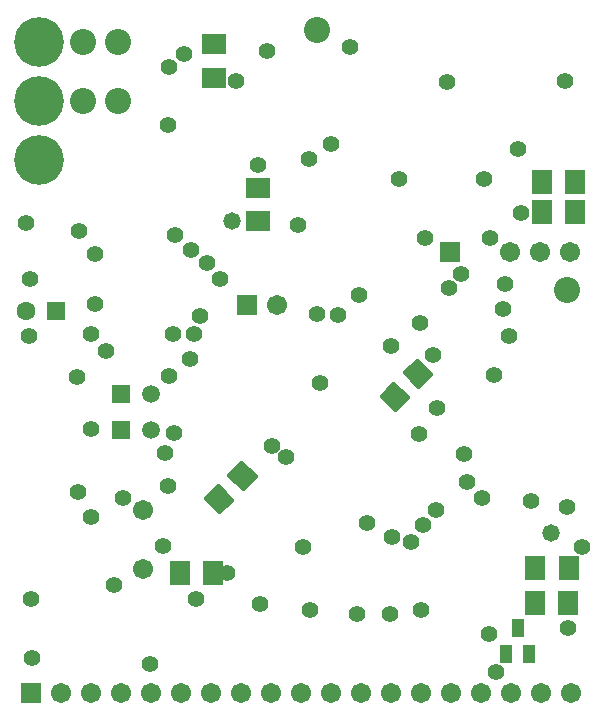
<source format=gbs>
%FSLAX43Y43*%
%MOMM*%
G71*
G01*
G75*
%ADD10C,0.300*%
%ADD11R,0.600X1.700*%
%ADD12R,1.600X1.800*%
%ADD13R,1.800X1.600*%
%ADD14R,1.450X0.550*%
%ADD15R,1.450X0.550*%
%ADD16O,2.000X1.000*%
%ADD17R,2.000X1.000*%
%ADD18R,0.600X2.150*%
%ADD19R,0.600X2.150*%
%ADD20R,0.600X2.200*%
%ADD21R,0.600X2.200*%
%ADD22R,0.600X1.700*%
%ADD23C,0.125*%
%ADD24C,0.500*%
%ADD25C,0.400*%
%ADD26R,1.400X1.400*%
%ADD27C,1.400*%
%ADD28C,4.000*%
%ADD29C,2.000*%
%ADD30C,1.500*%
%ADD31R,1.500X1.500*%
%ADD32R,1.300X1.300*%
%ADD33C,1.300*%
%ADD34C,1.270*%
%ADD35C,1.200*%
%ADD36R,0.850X1.300*%
%ADD37C,0.600*%
%ADD38R,0.803X1.903*%
%ADD39R,1.803X2.003*%
%ADD40R,2.003X1.803*%
%ADD41R,1.653X0.753*%
%ADD42R,1.653X0.753*%
%ADD43O,2.203X1.203*%
%ADD44R,2.203X1.203*%
%ADD45R,0.803X2.353*%
%ADD46R,0.803X2.353*%
%ADD47R,0.803X2.403*%
%ADD48R,0.803X2.403*%
%ADD49R,0.803X1.903*%
%ADD50R,1.603X1.603*%
%ADD51C,1.603*%
%ADD52C,4.203*%
%ADD53C,2.203*%
%ADD54C,1.703*%
%ADD55R,1.703X1.703*%
%ADD56R,1.503X1.503*%
%ADD57C,1.503*%
%ADD58C,1.473*%
%ADD59C,1.403*%
%ADD60R,1.053X1.503*%
D25*
X32917Y26118D02*
X31784Y27252D01*
X32776Y28244D01*
X33910Y27110D01*
X32917Y26118D01*
Y26589D02*
X32255Y27252D01*
X32776Y27772D01*
X33438Y27110D01*
X32917Y26589D01*
Y27061D02*
X32727Y27252D01*
X32776Y27301D01*
X32967Y27110D01*
X32917Y27061D01*
X32847Y27163D02*
Y27199D01*
X34897Y28098D02*
X33764Y29232D01*
X34756Y30224D01*
X35889Y29090D01*
X34897Y28098D01*
Y28569D02*
X34235Y29232D01*
X34756Y29752D01*
X35418Y29090D01*
X34897Y28569D01*
Y29041D02*
X34706Y29232D01*
X34756Y29281D01*
X34947Y29090D01*
X34897Y29041D01*
X34827Y29143D02*
Y29179D01*
X18062Y17462D02*
X16928Y18596D01*
X17920Y19588D01*
X19054Y18455D01*
X18062Y17462D01*
Y17934D02*
X17399Y18596D01*
X17920Y19117D01*
X18582Y18455D01*
X18062Y17934D01*
Y18405D02*
X17871Y18596D01*
X17920Y18645D01*
X18111Y18455D01*
X18062Y18405D01*
X17991Y18507D02*
Y18543D01*
X20042Y19442D02*
X18908Y20576D01*
X19900Y21568D01*
X21034Y20434D01*
X20042Y19442D01*
Y19914D02*
X19379Y20576D01*
X19900Y21097D01*
X20562Y20434D01*
X20042Y19914D01*
Y20385D02*
X19851Y20576D01*
X19900Y20625D01*
X20091Y20434D01*
X20042Y20385D01*
X19971Y20487D02*
Y20523D01*
D39*
X48162Y42793D02*
D03*
X45362Y42793D02*
D03*
X45338Y45382D02*
D03*
X48138Y45382D02*
D03*
X17513Y12257D02*
D03*
X14713D02*
D03*
X47613Y12682D02*
D03*
X44813Y12682D02*
D03*
X44787Y9693D02*
D03*
X47587D02*
D03*
D40*
X21318Y42063D02*
D03*
Y44863D02*
D03*
X17618Y54188D02*
D03*
Y56988D02*
D03*
D50*
X4189Y34433D02*
D03*
D51*
X1689D02*
D03*
D52*
X2800Y47200D02*
D03*
Y52200D02*
D03*
Y57200D02*
D03*
D53*
X47500Y36225D02*
D03*
X26300Y58250D02*
D03*
X6525Y57175D02*
D03*
X9500Y57225D02*
D03*
X6525Y52175D02*
D03*
X9500Y52225D02*
D03*
D54*
X11575Y17617D02*
D03*
Y12617D02*
D03*
X22910Y34937D02*
D03*
X45280Y2100D02*
D03*
X42740D02*
D03*
X47727Y39416D02*
D03*
X45187D02*
D03*
X42647D02*
D03*
X47820Y2100D02*
D03*
X40200D02*
D03*
X37660D02*
D03*
X32580D02*
D03*
X30040D02*
D03*
X27500D02*
D03*
X24960D02*
D03*
X22420D02*
D03*
X19880D02*
D03*
X17340D02*
D03*
X14800D02*
D03*
X12260D02*
D03*
X9720D02*
D03*
X7180D02*
D03*
X4640D02*
D03*
X35120D02*
D03*
D55*
X20370Y34937D02*
D03*
X37567Y39416D02*
D03*
X2100Y2100D02*
D03*
D56*
X9758Y27363D02*
D03*
Y24388D02*
D03*
D57*
X12258Y27363D02*
D03*
Y24388D02*
D03*
D58*
X19100Y42050D02*
D03*
X46100Y15625D02*
D03*
D59*
X13675Y50200D02*
D03*
X28100Y34125D02*
D03*
X27475Y48525D02*
D03*
X25625Y47275D02*
D03*
X32625Y31425D02*
D03*
X29900Y35800D02*
D03*
X35000Y33400D02*
D03*
X15050Y56175D02*
D03*
X19425Y53875D02*
D03*
X22125Y56400D02*
D03*
X29110Y56760D02*
D03*
X13790Y55110D02*
D03*
X37285Y53800D02*
D03*
X47275Y53875D02*
D03*
X48725Y14475D02*
D03*
X47600Y7575D02*
D03*
X18700Y12200D02*
D03*
X41450Y3875D02*
D03*
X35500Y40600D02*
D03*
X26279Y34196D02*
D03*
X42550Y32293D02*
D03*
X7175Y16950D02*
D03*
X7225Y32450D02*
D03*
X14125Y32500D02*
D03*
X14325Y40825D02*
D03*
X7145Y24445D02*
D03*
X9125Y11225D02*
D03*
X8450Y31025D02*
D03*
X15900Y32450D02*
D03*
X15650Y39575D02*
D03*
X38800Y22300D02*
D03*
X6050Y19125D02*
D03*
X6000Y28800D02*
D03*
X15525Y30375D02*
D03*
X17000Y38450D02*
D03*
X39025Y19975D02*
D03*
X16400Y34000D02*
D03*
X18075Y37150D02*
D03*
X42250Y36700D02*
D03*
X36450Y26175D02*
D03*
X35150Y9075D02*
D03*
X36400Y17575D02*
D03*
X40250Y18550D02*
D03*
X32525Y8800D02*
D03*
X35275Y16275D02*
D03*
X29725Y8787D02*
D03*
X34250Y14850D02*
D03*
X34975Y24025D02*
D03*
X32687Y15250D02*
D03*
X14250Y24075D02*
D03*
X25700Y9075D02*
D03*
X25125Y14475D02*
D03*
X22500Y22975D02*
D03*
X23700Y22025D02*
D03*
X26600Y28350D02*
D03*
X6150Y41225D02*
D03*
X36125Y30700D02*
D03*
X30575Y16500D02*
D03*
X16050Y10050D02*
D03*
X40850Y7100D02*
D03*
X12200Y4575D02*
D03*
X2200Y5025D02*
D03*
X2100Y10000D02*
D03*
X13250Y14500D02*
D03*
X13700Y19575D02*
D03*
X1975Y32300D02*
D03*
X7500Y39250D02*
D03*
X7525Y35000D02*
D03*
X38525Y37550D02*
D03*
X37475Y36400D02*
D03*
X44450Y18350D02*
D03*
X43625Y42700D02*
D03*
X13450Y22400D02*
D03*
X2000Y37100D02*
D03*
X1675Y41900D02*
D03*
X40500Y45575D02*
D03*
X21500Y9600D02*
D03*
X24750Y41725D02*
D03*
X41268Y28975D02*
D03*
X42100Y34575D02*
D03*
X40925Y40600D02*
D03*
X43300Y48125D02*
D03*
X33300Y45575D02*
D03*
X21300Y46775D02*
D03*
X13800Y28950D02*
D03*
X9900Y18625D02*
D03*
X47450Y17800D02*
D03*
D60*
X44248Y5373D02*
D03*
X42348D02*
D03*
X43298Y7573D02*
D03*
M02*

</source>
